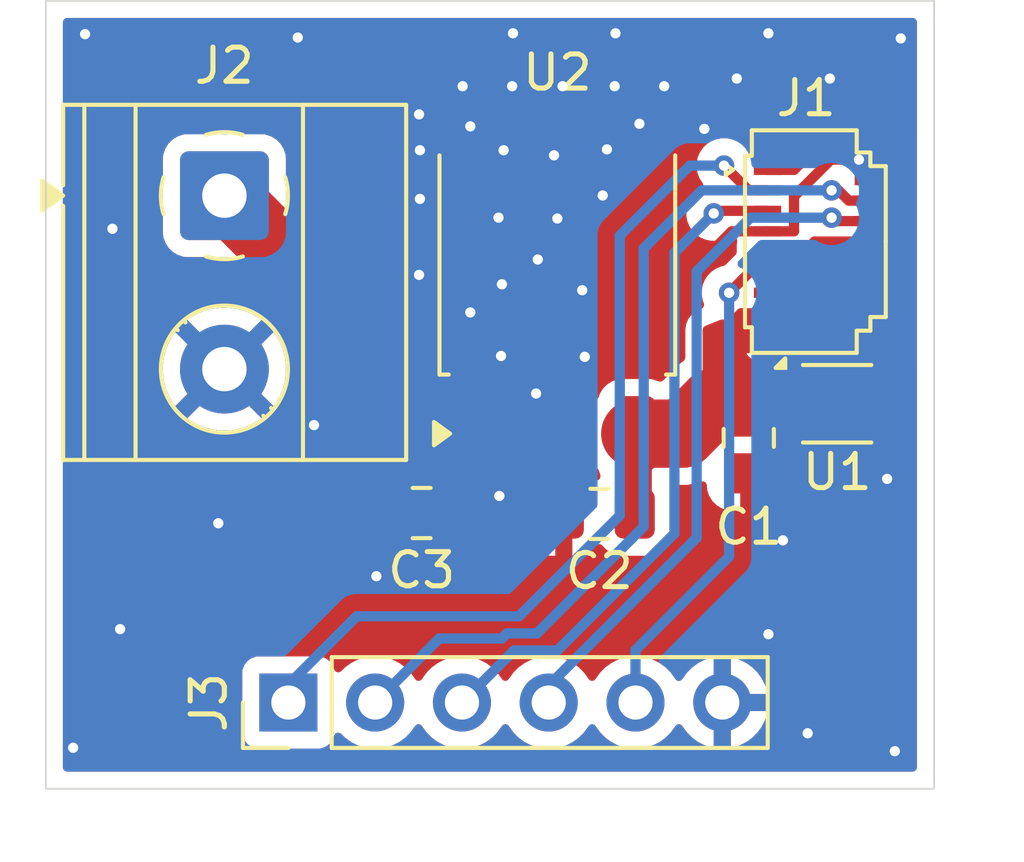
<source format=kicad_pcb>
(kicad_pcb (version 20241229) (generator "pcbnew") (generator_version "9.0")
  (layers (0 "F.Cu" signal) (2 "B.Cu" signal) (13 "F.Paste" user) (15 "B.Paste" user) (5 "F.SilkS" user "F.Silkscreen") (7 "B.SilkS" user "B.Silkscreen") (1 "F.Mask" user) (3 "B.Mask" user) (25 "Edge.Cuts" user))
  (net 0 "")
  (net 1 "+5V")
  (net 2 "+12V")
  (net 3 "LEDK")
  (net 4 "RESET")
  (net 5 "SDA")
  (net 6 "SCLK")
  (net 7 "A0")
  (net 8 "FMARK")
  (net 12 "GND")
  (footprint "Connector_FFC-FPC:Hirose_FH26-15S-0.3SHW_2Rows-15Pins-1MP_P0.60mm_Horizontal" (layer "F.Cu") (at 139.325 60)
    (property "Reference" "J1" (at -0.27 -4.2 0) (layer "F.SilkS"))
    (property "Value" "Conn_01x15")
    (fp_line (start -2.622132 -2.25) (end -2.41 -2.1) (stroke (width 0.12)) (layer "F.SilkS"))
    (fp_line (start -2.622132 -1.95) (end -2.622132 -2.25) (stroke (width 0.12)) (layer "F.SilkS"))
    (fp_line (start -2.41 -2.1) (end -2.622132 -1.95) (stroke (width 0.12)) (layer "F.SilkS"))
    (fp_line (start -2.06 -2.51) (end -2.06 0) (stroke (width 0.12)) (layer "F.SilkS"))
    (fp_line (start -2.06 2.51) (end -2.06 0) (stroke (width 0.12)) (layer "F.SilkS"))
    (fp_line (start -1.86 -3.26) (end -1.86 -2.51) (stroke (width 0.12)) (layer "F.SilkS"))
    (fp_line (start -1.86 -2.51) (end -2.06 -2.51) (stroke (width 0.12)) (layer "F.SilkS"))
    (fp_line (start -1.86 2.51) (end -2.06 2.51) (stroke (width 0.12)) (layer "F.SilkS"))
    (fp_line (start -1.86 3.26) (end -1.86 2.51) (stroke (width 0.12)) (layer "F.SilkS"))
    (fp_line (start 1.21 -3.26) (end -1.86 -3.26) (stroke (width 0.12)) (layer "F.SilkS"))
    (fp_line (start 1.21 -2.61) (end 1.21 -3.26) (stroke (width 0.12)) (layer "F.SilkS"))
    (fp_line (start 1.21 2.61) (end 1.21 3.26) (stroke (width 0.12)) (layer "F.SilkS"))
    (fp_line (start 1.21 3.26) (end -1.86 3.26) (stroke (width 0.12)) (layer "F.SilkS"))
    (fp_line (start 1.61 -2.61) (end 1.21 -2.61) (stroke (width 0.12)) (layer "F.SilkS"))
    (fp_line (start 1.61 -2.21) (end 1.61 -2.61) (stroke (width 0.12)) (layer "F.SilkS"))
    (fp_line (start 1.61 2.21) (end 1.61 2.61) (stroke (width 0.12)) (layer "F.SilkS"))
    (fp_line (start 1.61 2.61) (end 1.21 2.61) (stroke (width 0.12)) (layer "F.SilkS"))
    (fp_line (start 2.06 -2.21) (end 1.61 -2.21) (stroke (width 0.12)) (layer "F.SilkS"))
    (fp_line (start 2.06 0) (end 2.06 -2.21) (stroke (width 0.12)) (layer "F.SilkS"))
    (fp_line (start 2.06 0) (end 2.06 2.21) (stroke (width 0.12)) (layer "F.SilkS"))
    (fp_line (start 2.06 2.21) (end 1.61 2.21) (stroke (width 0.12)) (layer "F.SilkS"))
    (pad "1" smd rect (at -1.4 -2.1) (size 0.8 0.3) (layers "F.Cu" "F.Mask" "F.Paste") (net 3 "LEDK"))
    (pad "2" smd rect (at 1.475 -1.8) (size 0.65 0.3) (layers "F.Cu" "F.Mask" "F.Paste") (net 12 "GND"))
    (pad "3" smd rect (at -1.4 -1.5) (size 0.8 0.3) (layers "F.Cu" "F.Mask" "F.Paste") (net 8 "FMARK"))
    (pad "4" smd rect (at 1.475 -1.2) (size 0.65 0.3) (layers "F.Cu" "F.Mask" "F.Paste") (net 5 "SDA"))
    (pad "5" smd rect (at -1.4 -0.9) (size 0.8 0.3) (layers "F.Cu" "F.Mask" "F.Paste") (net 7 "A0"))
    (pad "6" smd rect (at 1.475 -0.6) (size 0.65 0.3) (layers "F.Cu" "F.Mask" "F.Paste") (net 6 "SCLK"))
    (pad "7" smd rect (at -1.4 -0.3) (size 0.8 0.3) (layers "F.Cu" "F.Mask" "F.Paste") (net 12 "GND"))
    (pad "8" smd rect (at 1.475 0) (size 0.65 0.3) (layers "F.Cu" "F.Mask" "F.Paste") (net 4 "RESET"))
    (pad "9" smd rect (at -1.4 0.3) (size 0.8 0.3) (layers "F.Cu" "F.Mask" "F.Paste") (net 4 "RESET"))
    (pad "10" smd rect (at 1.475 0.6) (size 0.65 0.3) (layers "F.Cu" "F.Mask" "F.Paste") (net 4 "RESET"))
    (pad "11" smd rect (at -1.4 0.9) (size 0.8 0.3) (layers "F.Cu" "F.Mask" "F.Paste") (net 4 "RESET"))
    (pad "12" smd rect (at 1.475 1.2) (size 0.65 0.3) (layers "F.Cu" "F.Mask" "F.Paste") (net 12 "GND"))
    (pad "13" smd rect (at -1.4 1.5) (size 0.8 0.3) (layers "F.Cu" "F.Mask" "F.Paste") (net 12 "GND"))
    (pad "14" smd rect (at 1.475 1.8) (size 0.65 0.3) (layers "F.Cu" "F.Mask" "F.Paste") (net 1 "+5V"))
    (pad "15" smd rect (at -1.4 2.1) (size 0.8 0.3) (layers "F.Cu" "F.Mask" "F.Paste") (net 1 "+5V"))
    (pad "MP" smd rect (at -1.125 -2.8) (size 0.95 0.4) (layers "F.Cu" "F.Mask" "F.Paste"))
    (pad "MP" smd rect (at -1.125 2.8) (size 0.95 0.4) (layers "F.Cu" "F.Mask" "F.Paste"))
  )
  (footprint "Package_DFN_QFN:DFN-8-1EP_2x2mm_P0.5mm_EP0.6x1.2mm" (layer "F.Cu") (at 139.9625 64.75)
    (property "Reference" "U1" (at 0 2 0) (layer "F.SilkS"))
    (property "Value" "~")
    (fp_line (start -1 -1.135) (end 1 -1.135) (stroke (width 0.12)) (layer "F.SilkS"))
    (fp_line (start -1 1.135) (end 1 1.135) (stroke (width 0.12)) (layer "F.SilkS"))
    (fp_poly (pts (xy -1.52 -1.05) (xy -1.8 -1.05) (xy -1.52 -1.33) (xy -1.52 -1.05)) (stroke (width 0.12)) (fill yes) (layer "F.SilkS"))
    (pad "1" smd roundrect (at -0.9625 -0.75) (size 0.775 0.25) (layers "F.Cu" "F.Mask" "F.Paste") (net 12 "GND"))
    (pad "2" smd roundrect (at -0.9625 -0.25) (size 0.775 0.25) (layers "F.Cu" "F.Mask" "F.Paste") (net 1 "+5V"))
    (pad "3" smd roundrect (at -0.9625 0.25) (size 0.775 0.25) (layers "F.Cu" "F.Mask" "F.Paste") (net 1 "+5V"))
    (pad "4" smd roundrect (at -0.9625 0.75) (size 0.775 0.25) (layers "F.Cu" "F.Mask" "F.Paste") (net 12 "GND"))
    (pad "5" smd roundrect (at 0.9625 0.75) (size 0.775 0.25) (layers "F.Cu" "F.Mask" "F.Paste"))
    (pad "6" smd roundrect (at 0.9625 0.25) (size 0.775 0.25) (layers "F.Cu" "F.Mask" "F.Paste"))
    (pad "7" smd roundrect (at 0.9625 -0.25) (size 0.775 0.25) (layers "F.Cu" "F.Mask" "F.Paste"))
    (pad "8" smd roundrect (at 0.9625 -0.75) (size 0.775 0.25) (layers "F.Cu" "F.Mask" "F.Paste") (net 3 "LEDK"))
    (pad "9" smd rect (at 0 0) (size 0.6 1.2) (property pad_prop_heatsink) (layers "F.Cu" "F.Mask") (net 12 "GND"))
  )
  (footprint "Capacitor_SMD:C_0805_2012Metric_Pad1.18x1.45mm_HandSolder" (layer "F.Cu") (at 127.8 67.95)
    (property "Reference" "C3" (at 0 1.675 0) (layer "F.SilkS"))
    (property "Value" "0.22uF")
    (fp_line (start -0.261252 -0.735) (end 0.261252 -0.735) (stroke (width 0.12)) (layer "F.SilkS"))
    (fp_line (start -0.261252 0.735) (end 0.261252 0.735) (stroke (width 0.12)) (layer "F.SilkS"))
    (pad "1" smd roundrect (at -1.0375 0) (size 1.175 1.45) (layers "F.Cu" "F.Mask" "F.Paste") (roundrect_rratio 0.212766) (net 2 "+12V"))
    (pad "2" smd roundrect (at 1.0375 0) (size 1.175 1.45) (layers "F.Cu" "F.Mask" "F.Paste") (roundrect_rratio 0.212766) (net 12 "GND"))
  )
  (footprint "Package_TO_SOT_SMD:TO-252-2" (layer "F.Cu") (at 131.7725 60.585 90)
    (property "Reference" "U2" (at 5.535 0.0025 180) (layer "F.SilkS"))
    (property "Value" "L7805")
    (fp_line (start 3.11 -3.45) (end -3.31 -3.45) (stroke (width 0.12)) (layer "F.SilkS"))
    (fp_line (start -3.31 -3.45) (end -3.31 -3.18) (stroke (width 0.12)) (layer "F.SilkS"))
    (fp_line (start 3.11 3.45) (end -3.31 3.45) (stroke (width 0.12)) (layer "F.SilkS"))
    (fp_line (start -3.31 3.45) (end -3.31 3.18) (stroke (width 0.12)) (layer "F.SilkS"))
    (fp_poly (pts (xy -5.04 -3.14) (xy -5.38 -3.61) (xy -4.7 -3.61)) (stroke (width 0.12)) (fill yes) (layer "F.SilkS"))
    (pad "1" smd roundrect (at -5.04 -2.28 90) (size 2.2 1.2) (layers "F.Cu" "F.Mask" "F.Paste") (roundrect_rratio 0.208333) (net 2 "+12V"))
    (pad "2" smd roundrect (at 1.26 0 90) (size 6.4 5.8) (layers "F.Cu" "F.Mask") (roundrect_rratio 0.043103) (net 12 "GND"))
    (pad "3" smd roundrect (at -5.04 2.28 90) (size 2.2 1.2) (layers "F.Cu" "F.Mask" "F.Paste") (roundrect_rratio 0.208333) (net 1 "+5V"))
  )
  (footprint "Capacitor_SMD:C_0805_2012Metric_Pad1.18x1.45mm_HandSolder" (layer "F.Cu") (at 137.375 65.75 -90)
    (property "Reference" "C1" (at 2.6 0 0) (layer "F.SilkS"))
    (property "Value" "1uF")
    (fp_line (start -0.261252 0.735) (end 0.261252 0.735) (stroke (width 0.12)) (layer "F.SilkS"))
    (fp_line (start -0.261252 -0.735) (end 0.261252 -0.735) (stroke (width 0.12)) (layer "F.SilkS"))
    (pad "1" smd roundrect (at -1.0375 0 270) (size 1.175 1.45) (layers "F.Cu" "F.Mask" "F.Paste") (roundrect_rratio 0.212766) (net 1 "+5V"))
    (pad "2" smd roundrect (at 1.0375 0 270) (size 1.175 1.45) (layers "F.Cu" "F.Mask" "F.Paste") (roundrect_rratio 0.212766) (net 12 "GND"))
  )
  (footprint "TerminalBlock_Phoenix:TerminalBlock_Phoenix_MKDS-1,5-2-5.08_1x02_P5.08mm_Horizontal" (layer "F.Cu") (at 122.0275 58.655 -90)
    (property "Reference" "J2" (at -3.805 0.0025 180) (layer "F.SilkS"))
    (property "Value" "Conn_01x02")
    (fp_line (start -2.66 4.72) (end -0.3 4.72) (stroke (width 0.12)) (layer "F.SilkS"))
    (fp_line (start 0.3 4.72) (end 7.74 4.72) (stroke (width 0.12)) (layer "F.SilkS"))
    (fp_line (start -2.66 4.1) (end 7.74 4.1) (stroke (width 0.12)) (layer "F.SilkS"))
    (fp_line (start -2.66 2.6) (end 7.74 2.6) (stroke (width 0.12)) (layer "F.SilkS"))
    (fp_line (start 3.94 1.367) (end 3.896 1.41) (stroke (width 0.12)) (layer "F.SilkS"))
    (fp_line (start 3.713 1.14) (end 3.669 1.183) (stroke (width 0.12)) (layer "F.SilkS"))
    (fp_line (start 6.491 -1.184) (end 6.447 -1.14) (stroke (width 0.12)) (layer "F.SilkS"))
    (fp_line (start 6.264 -1.411) (end 6.22 -1.367) (stroke (width 0.12)) (layer "F.SilkS"))
    (fp_line (start -2.66 -2.3) (end 7.74 -2.3) (stroke (width 0.12)) (layer "F.SilkS"))
    (fp_line (start -2.66 -5.32) (end -2.66 4.72) (stroke (width 0.12)) (layer "F.SilkS"))
    (fp_line (start -2.66 -5.32) (end 7.74 -5.32) (stroke (width 0.12)) (layer "F.SilkS"))
    (fp_line (start 7.74 -5.32) (end 7.74 4.72) (stroke (width 0.12)) (layer "F.SilkS"))
    (fp_arc (start 0.54 1.78) (mid 0.000355 1.860107) (end -0.539321 1.780206) (stroke (width 0.12)) (layer "F.SilkS"))
    (fp_arc (start -1.78 0.54) (mid -1.860107 0.000355) (end -1.780206 -0.539321) (stroke (width 0.12)) (layer "F.SilkS"))
    (fp_arc (start 1.78 -0.54) (mid 1.860107 -0.000355) (end 1.780206 0.539321) (stroke (width 0.12)) (layer "F.SilkS"))
    (fp_arc (start -0.54 -1.78) (mid -0.000355 -1.860107) (end 0.539321 -1.780206) (stroke (width 0.12)) (layer "F.SilkS"))
    (fp_circle (center 5.08 0) (end 6.94 0) (stroke (width 0.12)) (fill no) (layer "F.SilkS"))
    (fp_poly (pts (xy 0 4.72) (xy 0.44 5.33) (xy -0.44 5.33) (xy 0 4.72)) (stroke (width 0.12)) (fill yes) (layer "F.SilkS"))
    (pad "1" thru_hole roundrect (at 0 0 270) (size 2.6 2.6) (drill 1.3) (layers "*.Cu" "*.Mask") (roundrect_rratio 0.096154) (net 2 "+12V"))
    (pad "2" thru_hole circle (at 5.08 0 270) (size 2.6 2.6) (drill 1.3) (layers "*.Cu" "*.Mask") (net 12 "GND"))
  )
  (footprint "Capacitor_SMD:C_0805_2012Metric_Pad1.18x1.45mm_HandSolder" (layer "F.Cu") (at 133 67.975 180)
    (property "Reference" "C2" (at 0 -1.675 0) (layer "F.SilkS"))
    (property "Value" "0.1uF")
    (fp_line (start -0.261252 0.735) (end 0.261252 0.735) (stroke (width 0.12)) (layer "F.SilkS"))
    (fp_line (start -0.261252 -0.735) (end 0.261252 -0.735) (stroke (width 0.12)) (layer "F.SilkS"))
    (pad "1" smd roundrect (at -1.0375 0 180) (size 1.175 1.45) (layers "F.Cu" "F.Mask" "F.Paste") (roundrect_rratio 0.212766) (net 1 "+5V"))
    (pad "2" smd roundrect (at 1.0375 0 180) (size 1.175 1.45) (layers "F.Cu" "F.Mask" "F.Paste") (roundrect_rratio 0.212766) (net 12 "GND"))
  )
  (footprint "Connector_PinHeader_2.54mm:PinHeader_1x06_P2.54mm_Vertical" (layer "F.Cu") (at 123.9 73.5 90)
    (property "Reference" "J3" (at 0 -2.33 90) (layer "F.SilkS"))
    (property "Value" "Conn_01x06")
    (fp_line (start -1.33 -1.33) (end 0 -1.33) (stroke (width 0.12)) (layer "F.SilkS"))
    (fp_line (start -1.33 0) (end -1.33 -1.33) (stroke (width 0.12)) (layer "F.SilkS"))
    (fp_line (start 1.33 1.27) (end 1.33 14.03) (stroke (width 0.12)) (layer "F.SilkS"))
    (fp_line (start -1.33 1.27) (end 1.33 1.27) (stroke (width 0.12)) (layer "F.SilkS"))
    (fp_line (start -1.33 1.27) (end -1.33 14.03) (stroke (width 0.12)) (layer "F.SilkS"))
    (fp_line (start -1.33 14.03) (end 1.33 14.03) (stroke (width 0.12)) (layer "F.SilkS"))
    (pad "1" thru_hole rect (at 0 0 90) (size 1.7 1.7) (drill 1) (layers "*.Cu" "*.Mask") (net 8 "FMARK"))
    (pad "2" thru_hole oval (at 0 2.54 90) (size 1.7 1.7) (drill 1) (layers "*.Cu" "*.Mask") (net 5 "SDA"))
    (pad "3" thru_hole oval (at 0 5.08 90) (size 1.7 1.7) (drill 1) (layers "*.Cu" "*.Mask") (net 7 "A0"))
    (pad "4" thru_hole oval (at 0 7.62 90) (size 1.7 1.7) (drill 1) (layers "*.Cu" "*.Mask") (net 6 "SCLK"))
    (pad "5" thru_hole oval (at 0 10.16 90) (size 1.7 1.7) (drill 1) (layers "*.Cu" "*.Mask") (net 4 "RESET"))
    (pad "6" thru_hole oval (at 0 12.7 90) (size 1.7 1.7) (drill 1) (layers "*.Cu" "*.Mask") (net 12 "GND"))
  )
  (gr_rect (start 116.8 52.95) (end 142.8 76.025) (stroke (width 0.05)) (fill no) (layer "Edge.Cuts"))
  (segment (start 137.375 64.7125) (end 136.35 64.7125) (width 2) (layer "F.Cu") (net 1))
  (segment (start 137.325 62.298) (end 137.325 62.3) (width 0.3) (layer "F.Cu") (net 1))
  (segment (start 137.15 62.1) (end 136.225 63.025) (width 0.3) (layer "F.Cu") (net 1))
  (segment (start 138.4625 64.8125) (end 138.275 65) (width 0.3) (layer "F.Cu") (net 1))
  (segment (start 139 65) (end 139 64.5) (width 0.3) (layer "F.Cu") (net 1))
  (segment (start 137.325 62.298) (end 137.325 63.125) (width 0.3) (layer "F.Cu") (net 1))
  (segment (start 137.6625 65) (end 137.375 64.7125) (width 0.3) (layer "F.Cu") (net 1))
  (segment (start 134.0375 67.975) (end 134.0375 65.64) (width 1) (layer "F.Cu") (net 1))
  (segment (start 135.4375 65.625) (end 134.0525 65.625) (width 2) (layer "F.Cu") (net 1))
  (segment (start 137.523 62.1) (end 137.325 62.298) (width 0.3) (layer "F.Cu") (net 1))
  (segment (start 138.5 64.5) (end 138.2 64.5) (width 0.3) (layer "F.Cu") (net 1))
  (segment (start 139.7 62.1) (end 140 61.8) (width 0.3) (layer "F.Cu") (net 1))
  (segment (start 136.35 64.7125) (end 135.4375 65.625) (width 2) (layer "F.Cu") (net 1))
  (segment (start 139 64.5) (end 138.2 64.5) (width 0.3) (layer "F.Cu") (net 1))
  (segment (start 140 61.8) (end 140.8 61.8) (width 0.3) (layer "F.Cu") (net 1))
  (segment (start 138.2 64.5) (end 138.4625 64.7625) (width 0.3) (layer "F.Cu") (net 1))
  (segment (start 134.0375 65.64) (end 134.0525 65.625) (width 1) (layer "F.Cu") (net 1))
  (segment (start 138.275 65) (end 137.6625 65) (width 0.3) (layer "F.Cu") (net 1))
  (segment (start 139 64.5) (end 138.775 64.5) (width 0.3) (layer "F.Cu") (net 1))
  (segment (start 137.925 62.1) (end 137.523 62.1) (width 0.3) (layer "F.Cu") (net 1))
  (segment (start 137.925 62.1) (end 137.15 62.1) (width 0.3) (layer "F.Cu") (net 1))
  (segment (start 137.925 62.1) (end 139.7 62.1) (width 0.3) (layer "F.Cu") (net 1))
  (segment (start 137.325 62.3) (end 137 62.625) (width 0.3) (layer "F.Cu") (net 1))
  (segment (start 139 65) (end 138.5 64.5) (width 0.3) (layer "F.Cu") (net 1))
  (segment (start 139 65) (end 138.275 65) (width 0.3) (layer "F.Cu") (net 1))
  (segment (start 138.2 64.5) (end 137.5875 64.5) (width 0.3) (layer "F.Cu") (net 1))
  (segment (start 138.4625 64.7625) (end 138.4625 64.8125) (width 0.3) (layer "F.Cu") (net 1))
  (segment (start 137.925 62.1) (end 137.5 62.1) (width 0.3) (layer "F.Cu") (net 1))
  (segment (start 138.775 64.5) (end 138.4625 64.8125) (width 0.3) (layer "F.Cu") (net 1))
  (segment (start 137.5875 64.5) (end 137.375 64.7125) (width 0.3) (layer "F.Cu") (net 1))
  (segment (start 126.7625 67.95) (end 126.7625 67.225) (width 1.5) (layer "F.Cu") (net 2))
  (segment (start 128.3625 65.625) (end 128.9975 65.625) (width 1.5) (layer "F.Cu") (net 2))
  (segment (start 129.4925 65.625) (end 128.9975 65.625) (width 2) (layer "F.Cu") (net 2))
  (segment (start 128.9975 65.625) (end 122.0275 58.655) (width 2) (layer "F.Cu") (net 2))
  (segment (start 126.7625 67.225) (end 128.3625 65.625) (width 1.5) (layer "F.Cu") (net 2))
  (segment (start 142 62.925) (end 142 57.8) (width 0.3) (layer "F.Cu") (net 3))
  (segment (start 139.8 56.8) (end 138.7 57.9) (width 0.3) (layer "F.Cu") (net 3))
  (segment (start 140.925 64) (end 142 62.925) (width 0.3) (layer "F.Cu") (net 3))
  (segment (start 141 56.8) (end 139.8 56.8) (width 0.3) (layer "F.Cu") (net 3))
  (segment (start 142 57.8) (end 141 56.8) (width 0.3) (layer "F.Cu") (net 3))
  (segment (start 138.7 57.9) (end 137.925 57.9) (width 0.3) (layer "F.Cu") (net 3))
  (segment (start 139.1 60.6) (end 139.4 60.3) (width 0.4) (layer "F.Cu") (net 4))
  (segment (start 140.8 60.6) (end 140.8 60.3) (width 0.3) (layer "F.Cu") (net 4))
  (segment (start 139.3 60) (end 139 60.3) (width 0.3) (layer "F.Cu") (net 4))
  (segment (start 140.8 60.3) (end 140.8 60) (width 0.3) (layer "F.Cu") (net 4))
  (segment (start 139.5 60.6) (end 140.8 60.6) (width 0.3) (layer "F.Cu") (net 4))
  (segment (start 139.4 60.3) (end 140.8 60.3) (width 0.4) (layer "F.Cu") (net 4))
  (segment (start 137.925 60.9) (end 137.925 60.6) (width 0.3) (layer "F.Cu") (net 4))
  (segment (start 140.8 60) (end 139.3 60) (width 0.3) (layer "F.Cu") (net 4))
  (segment (start 137.925 60.6) (end 137.925 60.3) (width 0.3) (layer "F.Cu") (net 4))
  (segment (start 137.7 60.6) (end 137.925 60.6) (width 0.3) (layer "F.Cu") (net 4))
  (segment (start 137.925 60.9) (end 139.2 60.9) (width 0.3) (layer "F.Cu") (net 4))
  (segment (start 136.8 61.5) (end 137.7 60.6) (width 0.3) (layer "F.Cu") (net 4))
  (segment (start 137.925 60.6) (end 139.1 60.6) (width 0.4) (layer "F.Cu") (net 4))
  (segment (start 139 60.3) (end 137.925 60.3) (width 0.3) (layer "F.Cu") (net 4))
  (segment (start 139.2 60.9) (end 139.5 60.6) (width 0.3) (layer "F.Cu") (net 4))
  (via (at 136.8 61.5) (size 0.6) (drill 0.3) (layers "F.Cu" "B.Cu") (net 4))
  (segment (start 136.8 61.5) (end 136.8 69.225) (width 0.3) (layer "B.Cu") (net 4))
  (segment (start 134.06 71.965) (end 134.06 73.5) (width 0.3) (layer "B.Cu") (net 4))
  (segment (start 136.8 69.225) (end 134.06 71.965) (width 0.3) (layer "B.Cu") (net 4))
  (segment (start 139.8 58.499997) (end 139.999997 58.499997) (width 0.3) (layer "F.Cu") (net 5))
  (segment (start 140.3 58.8) (end 140.8 58.8) (width 0.3) (layer "F.Cu") (net 5))
  (segment (start 139.999997 58.499997) (end 140.3 58.8) (width 0.3) (layer "F.Cu") (net 5))
  (via (at 139.8 58.499997) (size 0.6) (drill 0.3) (layers "F.Cu" "B.Cu") (net 5))
  (segment (start 136.000003 58.499997) (end 134.3 60.2) (width 0.3) (layer "B.Cu") (net 5))
  (segment (start 128.315 71.625) (end 126.44 73.5) (width 0.3) (layer "B.Cu") (net 5))
  (segment (start 134.3 68.35) (end 131.176 71.474) (width 0.3) (layer "B.Cu") (net 5))
  (segment (start 130.14648 71.625) (end 128.315 71.625) (width 0.3) (layer "B.Cu") (net 5))
  (segment (start 139.8 58.499997) (end 136.000003 58.499997) (width 0.3) (layer "B.Cu") (net 5))
  (segment (start 134.3 60.2) (end 134.3 68.35) (width 0.3) (layer "B.Cu") (net 5))
  (segment (start 131.176 71.474) (end 130.297479 71.474) (width 0.3) (layer "B.Cu") (net 5))
  (segment (start 130.297479 71.474) (end 130.14648 71.625) (width 0.3) (layer "B.Cu") (net 5))
  (segment (start 140.019237 59.4) (end 140.8 59.4) (width 0.3) (layer "F.Cu") (net 6))
  (segment (start 139.9 59.4) (end 139.8 59.3) (width 0.3) (layer "F.Cu") (net 6))
  (segment (start 140.019237 59.4) (end 139.9 59.4) (width 0.3) (layer "F.Cu") (net 6))
  (via (at 139.8 59.3) (size 0.6) (drill 0.3) (layers "F.Cu" "B.Cu") (net 6))
  (segment (start 139.8 59.3) (end 137.425 59.3) (width 0.3) (layer "B.Cu") (net 6))
  (segment (start 135.85 68.675) (end 131.52 73.005) (width 0.3) (layer "B.Cu") (net 6))
  (segment (start 137.425 59.3) (end 135.85 60.875) (width 0.3) (layer "B.Cu") (net 6))
  (segment (start 135.85 60.875) (end 135.85 68.675) (width 0.3) (layer "B.Cu") (net 6))
  (segment (start 131.52 73.005) (end 131.52 73.5) (width 0.3) (layer "B.Cu") (net 6))
  (segment (start 136.425 59.1) (end 136.35 59.175) (width 0.3) (layer "F.Cu") (net 7))
  (segment (start 137.925 59.1) (end 136.425 59.1) (width 0.3) (layer "F.Cu") (net 7))
  (via (at 136.35 59.175) (size 0.6) (drill 0.3) (layers "F.Cu" "B.Cu") (net 7))
  (segment (start 135.2 68.55) (end 131.775 71.975) (width 0.3) (layer "B.Cu") (net 7))
  (segment (start 135.2 60.325) (end 135.2 68.55) (width 0.3) (layer "B.Cu") (net 7))
  (segment (start 130.505 71.975) (end 128.98 73.5) (width 0.3) (layer "B.Cu") (net 7))
  (segment (start 136.35 59.175) (end 135.2 60.325) (width 0.3) (layer "B.Cu") (net 7))
  (segment (start 131.775 71.975) (end 130.505 71.975) (width 0.3) (layer "B.Cu") (net 7))
  (segment (start 137.375 58.5) (end 136.65 57.775) (width 0.3) (layer "F.Cu") (net 8))
  (segment (start 137.925 58.5) (end 137.375 58.5) (width 0.3) (layer "F.Cu") (net 8))
  (via (at 136.65 57.775) (size 0.6) (drill 0.3) (layers "F.Cu" "B.Cu") (net 8))
  (segment (start 133.6 68.025) (end 130.652 70.973) (width 0.3) (layer "B.Cu") (net 8))
  (segment (start 130.652 70.973) (end 125.902 70.973) (width 0.3) (layer "B.Cu") (net 8))
  (segment (start 135.65 57.775) (end 133.6 59.825) (width 0.3) (layer "B.Cu") (net 8))
  (segment (start 123.9 72.975) (end 123.9 73.5) (width 0.3) (layer "B.Cu") (net 8))
  (segment (start 125.902 70.973) (end 123.9 72.975) (width 0.3) (layer "B.Cu") (net 8))
  (segment (start 133.6 59.825) (end 133.6 68.025) (width 0.3) (layer "B.Cu") (net 8))
  (segment (start 136.65 57.775) (end 135.65 57.775) (width 0.3) (layer "B.Cu") (net 8))
  (segment (start 139.779343 57.6) (end 140.6 57.6) (width 0.3) (layer "F.Cu") (net 12))
  (segment (start 140.8 61.2) (end 141.425 61.2) (width 0.3) (layer "F.Cu") (net 12))
  (segment (start 138.7 59.7) (end 138.7 58.679343) (width 0.3) (layer "F.Cu") (net 12))
  (segment (start 141.476 58.251) (end 141.425 58.2) (width 0.3) (layer "F.Cu") (net 12))
  (segment (start 139 64) (end 139.47401 64) (width 0.3) (layer "F.Cu") (net 12))
  (segment (start 140.8 57.8) (end 140.6 57.6) (width 0.3) (layer "F.Cu") (net 12))
  (segment (start 141.476 62.47499) (end 139.9625 63.98849) (width 0.3) (layer "F.Cu") (net 12))
  (segment (start 139.4 61.5) (end 137.925 61.5) (width 0.3) (layer "F.Cu") (net 12))
  (segment (start 141.476 61.251) (end 141.476 62.47499) (width 0.3) (layer "F.Cu") (net 12))
  (segment (start 136.875 59.7) (end 136.4 60.175) (width 0.3) (layer "F.Cu") (net 12))
  (segment (start 141.425 61.2) (end 141.476 61.251) (width 0.3) (layer "F.Cu") (net 12))
  (segment (start 139.9625 63.98849) (end 139.9625 64.75) (width 0.3) (layer "F.Cu") (net 12))
  (segment (start 139.9625 64.75) (end 139.9625 66.1375) (width 0.3) (layer "F.Cu") (net 12))
  (segment (start 140.8 58.2) (end 140.8 57.8) (width 0.3) (layer "F.Cu") (net 12))
  (segment (start 137.925 59.7) (end 136.875 59.7) (width 0.3) (layer "F.Cu") (net 12))
  (segment (start 139.9625 64.48849) (end 139.9625 64.75) (width 0.3) (layer "F.Cu") (net 12))
  (segment (start 139.47401 64) (end 139.9625 64.48849) (width 0.3) (layer "F.Cu") (net 12))
  (segment (start 137.925 59.7) (end 138.7 59.7) (width 0.3) (layer "F.Cu") (net 12))
  (segment (start 139.9625 65.0625) (end 139.525 65.5) (width 0.3) (layer "F.Cu") (net 12))
  (segment (start 139.9625 64.75) (end 139.9625 65.0625) (width 0.3) (layer "F.Cu") (net 12))
  (segment (start 141.425 58.2) (end 140.8 58.2) (width 0.3) (layer "F.Cu") (net 12))
  (segment (start 141.425 61.2) (end 141.476 61.149) (width 0.3) (layer "F.Cu") (net 12))
  (segment (start 141.476 61.149) (end 141.476 58.251) (width 0.3) (layer "F.Cu") (net 12))
  (segment (start 140.8 61.2) (end 139.7 61.2) (width 0.3) (layer "F.Cu") (net 12))
  (segment (start 139.525 65.5) (end 139 65.5) (width 0.3) (layer "F.Cu") (net 12))
  (segment (start 139.7 61.2) (end 139.4 61.5) (width 0.3) (layer "F.Cu") (net 12))
  (segment (start 139.9625 66.1375) (end 139.9 66.2) (width 0.3) (layer "F.Cu") (net 12))
  (segment (start 138.7 58.679343) (end 139.779343 57.6) (width 0.3) (layer "F.Cu") (net 12))
  (via (at 117.6 74.825) (size 0.6) (drill 0.3) (layers "F.Cu" "B.Cu") (net 12))
  (via (at 134.9 55.45) (size 0.6) (drill 0.3) (layers "F.Cu" "B.Cu") (net 12))
  (via (at 131.675 57.475) (size 0.6) (drill 0.3) (layers "F.Cu" "B.Cu") (net 12))
  (via (at 118.75 59.625) (size 0.6) (drill 0.3) (layers "F.Cu" "B.Cu") (net 12))
  (via (at 130.2 57.325) (size 0.6) (drill 0.3) (layers "F.Cu" "B.Cu") (net 12))
  (via (at 130.15 61.25) (size 0.6) (drill 0.3) (layers "F.Cu" "B.Cu") (net 12))
  (via (at 140.6 57.6) (size 0.6) (drill 0.3) (layers "F.Cu" "B.Cu") (net 12))
  (via (at 130.45 55.45) (size 0.6) (drill 0.3) (layers "F.Cu" "B.Cu") (net 12))
  (via (at 129 55.45) (size 0.6) (drill 0.3) (layers "F.Cu" "B.Cu") (net 12))
  (via (at 136.075 56.7) (size 0.6) (drill 0.3) (layers "F.Cu" "B.Cu") (net 12))
  (via (at 141.65 74.925) (size 0.6) (drill 0.3) (layers "F.Cu" "B.Cu") (net 12))
  (via (at 133.475 53.9) (size 0.6) (drill 0.3) (layers "F.Cu" "B.Cu") (net 12))
  (via (at 139.75 55.225) (size 0.6) (drill 0.3) (layers "F.Cu" "B.Cu") (net 12))
  (via (at 130.475 53.9) (size 0.6) (drill 0.3) (layers "F.Cu" "B.Cu") (net 12))
  (via (at 134.175 56.55) (size 0.6) (drill 0.3) (layers "F.Cu" "B.Cu") (net 12))
  (via (at 127.75 57.325) (size 0.6) (drill 0.3) (layers "F.Cu" "B.Cu") (net 12))
  (via (at 131.2 60.525) (size 0.6) (drill 0.3) (layers "F.Cu" "B.Cu") (net 12))
  (via (at 131.7725 59.325) (size 0.6) (drill 0.3) (layers "F.Cu" "B.Cu") (net 12))
  (via (at 137.95 71.5) (size 0.6) (drill 0.3) (layers "F.Cu" "B.Cu") (net 12))
  (via (at 141.825 54.05) (size 0.6) (drill 0.3) (layers "F.Cu" "B.Cu") (net 12))
  (via (at 129.225 56.625) (size 0.6) (drill 0.3) (layers "F.Cu" "B.Cu") (net 12))
  (via (at 131.925 55.45) (size 0.6) (drill 0.3) (layers "F.Cu" "B.Cu") (net 12))
  (via (at 133.45 55.45) (size 0.6) (drill 0.3) (layers "F.Cu" "B.Cu") (net 12))
  (via (at 141.425 66.95) (size 0.6) (drill 0.3) (layers "F.Cu" "B.Cu") (net 12))
  (via (at 139.1 74.4) (size 0.6) (drill 0.3) (layers "F.Cu" "B.Cu") (net 12))
  (via (at 137.025 55.225) (size 0.6) (drill 0.3) (layers "F.Cu" "B.Cu") (net 12))
  (via (at 138.375 68.75) (size 0.6) (drill 0.3) (layers "F.Cu" "B.Cu") (net 12))
  (via (at 137.95 53.9) (size 0.6) (drill 0.3) (layers "F.Cu" "B.Cu") (net 12))
  (via (at 130.05 59.3) (size 0.6) (drill 0.3) (layers "F.Cu" "B.Cu") (net 12))
  (via (at 127.725 56.275) (size 0.6) (drill 0.3) (layers "F.Cu" "B.Cu") (net 12))
  (via (at 132.575 63.375) (size 0.6) (drill 0.3) (layers "F.Cu" "B.Cu") (net 12))
  (via (at 133.225 57.3) (size 0.6) (drill 0.3) (layers "F.Cu" "B.Cu") (net 12))
  (via (at 126.475 69.8) (size 0.6) (drill 0.3) (layers "F.Cu" "B.Cu") (net 12))
  (via (at 130.125 63.35) (size 0.6) (drill 0.3) (layers "F.Cu" "B.Cu") (net 12))
  (via (at 130.075 67.45) (size 0.6) (drill 0.3) (layers "F.Cu" "B.Cu") (net 12))
  (via (at 117.95 53.925) (size 0.6) (drill 0.3) (layers "F.Cu" "B.Cu") (net 12))
  (via (at 131.15 64.45) (size 0.6) (drill 0.3) (layers "F.Cu" "B.Cu") (net 12))
  (via (at 121.85 68.25) (size 0.6) (drill 0.3) (layers "F.Cu" "B.Cu") (net 12))
  (via (at 132.5 61.425) (size 0.6) (drill 0.3) (layers "F.Cu" "B.Cu") (net 12))
  (via (at 127.75 58.75) (size 0.6) (drill 0.3) (layers "F.Cu" "B.Cu") (net 12))
  (via (at 127.725 60.975) (size 0.6) (drill 0.3) (layers "F.Cu" "B.Cu") (net 12))
  (via (at 129.225 62.075) (size 0.6) (drill 0.3) (layers "F.Cu" "B.Cu") (net 12))
  (via (at 118.975 71.35) (size 0.6) (drill 0.3) (layers "F.Cu" "B.Cu") (net 12))
  (via (at 133.1 58.65) (size 0.6) (drill 0.3) (layers "F.Cu" "B.Cu") (net 12))
  (via (at 124.65 65.375) (size 0.6) (drill 0.3) (layers "F.Cu" "B.Cu") (net 12))
  (via (at 124.175 54.025) (size 0.6) (drill 0.3) (layers "F.Cu" "B.Cu") (net 12))
  (zone (net 12) (net_name "GND") (layer "F.Cu") (priority 3) (connect_pads yes (clearance 0.5)) (min_thickness 0.25) (fill yes (thermal_gap 0.5) (thermal_bridge_width 0.5))
    (polygon (pts (xy 138.575 65.35) (xy 138.575 66.55) (xy 140.275 66.55) (xy 140.275 63.525) (xy 138.575 63.525) (xy 138.575 64.15) (xy 139.625 64.15) (xy 139.625 65.35)))
  )
  (zone (net 1) (net_name "+5V") (layer "F.Cu") (priority 2) (connect_pads (clearance 0.5)) (min_thickness 0.25) (fill yes (thermal_gap 0.5) (thermal_bridge_width 0.5))
    (polygon (pts (xy 138.4 61.925) (xy 138.4 62.275) (xy 137.475 62.275) (xy 137.475 63.875) (xy 136.025 63.875) (xy 136.025 62.5) (xy 137.45 61.925)))
  )
  (zone (net 12) (net_name "GND") (layers "F.Cu" "B.Cu") (connect_pads (clearance 0.5)) (min_thickness 0.25) (fill yes (thermal_gap 0.5) (thermal_bridge_width 0.5))
    (polygon (pts (xy 142.8 52.95) (xy 116.8 52.95) (xy 116.8 76.025) (xy 142.8 76.025)))
  )
)
</source>
